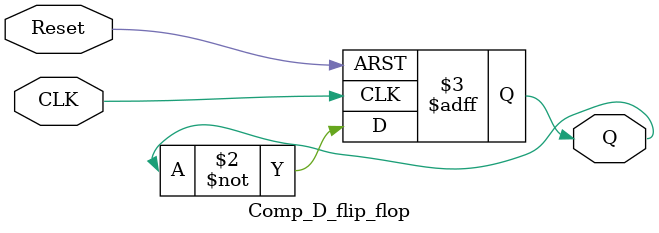
<source format=sv>
module Ripple_Counter_4bit (A3, A2, A1, A0, Count, Reset);
	output A3, A2, A1, A0;
	input Count, Reset;
	// Instantiate complementing fl ip-fl op
	 Comp_D_flip_flop F0 (A0, Count, Reset);
	 Comp_D_flip_flop F1 (A1, A0, Reset);
	 Comp_D_flip_flop F2 (A2, A1, Reset);
	 Comp_D_flip_flop F3 (A3, A2, Reset);
endmodule
// Complementing flip-flop with delay
// Input to D flip-flop = Q'
module Comp_D_flip_flop (Q, CLK, Reset);
	 output Q;
	 input CLK, Reset;
	 reg Q;
	 always @ ( negedge CLK, posedge Reset)
	 if (Reset) 
	 	Q <= 1'b0;
	 else
	 	//Q <= #2 ~Q; // intra-assignment delay 
	 	Q <= #2 ~Q;
endmodule
</source>
